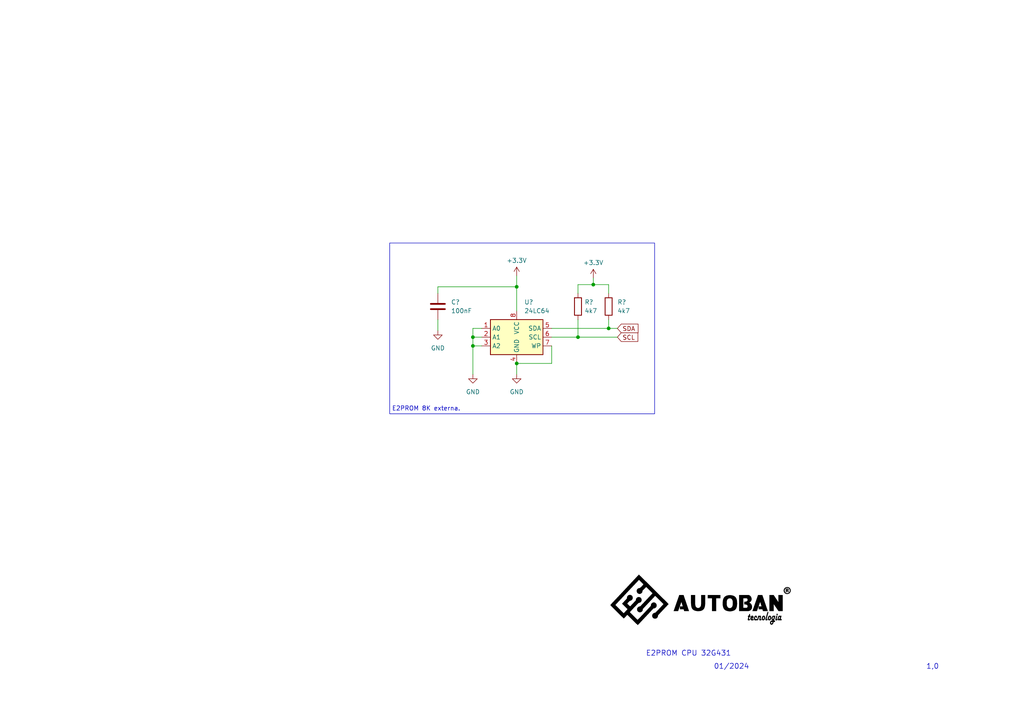
<source format=kicad_sch>
(kicad_sch
	(version 20231120)
	(generator "eeschema")
	(generator_version "8.0")
	(uuid "d943081e-c457-4ec0-aa9a-e986d2a39b29")
	(paper "A4")
	(lib_symbols
		(symbol "Memory_EEPROM:24LC64"
			(exclude_from_sim no)
			(in_bom yes)
			(on_board yes)
			(property "Reference" "U"
				(at -6.35 6.35 0)
				(effects
					(font
						(size 1.27 1.27)
					)
				)
			)
			(property "Value" "24LC64"
				(at 1.27 6.35 0)
				(effects
					(font
						(size 1.27 1.27)
					)
					(justify left)
				)
			)
			(property "Footprint" ""
				(at 0 0 0)
				(effects
					(font
						(size 1.27 1.27)
					)
					(hide yes)
				)
			)
			(property "Datasheet" "http://ww1.microchip.com/downloads/en/DeviceDoc/21189f.pdf"
				(at 0 0 0)
				(effects
					(font
						(size 1.27 1.27)
					)
					(hide yes)
				)
			)
			(property "Description" "I2C Serial EEPROM, 64Kb, DIP-8/SOIC-8/TSSOP-8/DFN-8"
				(at 0 0 0)
				(effects
					(font
						(size 1.27 1.27)
					)
					(hide yes)
				)
			)
			(property "ki_keywords" "I2C Serial EEPROM"
				(at 0 0 0)
				(effects
					(font
						(size 1.27 1.27)
					)
					(hide yes)
				)
			)
			(property "ki_fp_filters" "DIP*W7.62mm* SOIC*3.9x4.9mm* TSSOP*4.4x3mm*P0.65mm* DFN*3x2mm*P0.5mm*"
				(at 0 0 0)
				(effects
					(font
						(size 1.27 1.27)
					)
					(hide yes)
				)
			)
			(symbol "24LC64_1_1"
				(rectangle
					(start -7.62 5.08)
					(end 7.62 -5.08)
					(stroke
						(width 0.254)
						(type default)
					)
					(fill
						(type background)
					)
				)
				(pin input line
					(at -10.16 2.54 0)
					(length 2.54)
					(name "A0"
						(effects
							(font
								(size 1.27 1.27)
							)
						)
					)
					(number "1"
						(effects
							(font
								(size 1.27 1.27)
							)
						)
					)
				)
				(pin input line
					(at -10.16 0 0)
					(length 2.54)
					(name "A1"
						(effects
							(font
								(size 1.27 1.27)
							)
						)
					)
					(number "2"
						(effects
							(font
								(size 1.27 1.27)
							)
						)
					)
				)
				(pin input line
					(at -10.16 -2.54 0)
					(length 2.54)
					(name "A2"
						(effects
							(font
								(size 1.27 1.27)
							)
						)
					)
					(number "3"
						(effects
							(font
								(size 1.27 1.27)
							)
						)
					)
				)
				(pin power_in line
					(at 0 -7.62 90)
					(length 2.54)
					(name "GND"
						(effects
							(font
								(size 1.27 1.27)
							)
						)
					)
					(number "4"
						(effects
							(font
								(size 1.27 1.27)
							)
						)
					)
				)
				(pin bidirectional line
					(at 10.16 2.54 180)
					(length 2.54)
					(name "SDA"
						(effects
							(font
								(size 1.27 1.27)
							)
						)
					)
					(number "5"
						(effects
							(font
								(size 1.27 1.27)
							)
						)
					)
				)
				(pin input line
					(at 10.16 0 180)
					(length 2.54)
					(name "SCL"
						(effects
							(font
								(size 1.27 1.27)
							)
						)
					)
					(number "6"
						(effects
							(font
								(size 1.27 1.27)
							)
						)
					)
				)
				(pin input line
					(at 10.16 -2.54 180)
					(length 2.54)
					(name "WP"
						(effects
							(font
								(size 1.27 1.27)
							)
						)
					)
					(number "7"
						(effects
							(font
								(size 1.27 1.27)
							)
						)
					)
				)
				(pin power_in line
					(at 0 7.62 270)
					(length 2.54)
					(name "VCC"
						(effects
							(font
								(size 1.27 1.27)
							)
						)
					)
					(number "8"
						(effects
							(font
								(size 1.27 1.27)
							)
						)
					)
				)
			)
		)
		(symbol "PCM_Capacitor_AKL:C_0805"
			(pin_numbers hide)
			(pin_names
				(offset 0.254)
			)
			(exclude_from_sim no)
			(in_bom yes)
			(on_board yes)
			(property "Reference" "C"
				(at 0.635 2.54 0)
				(effects
					(font
						(size 1.27 1.27)
					)
					(justify left)
				)
			)
			(property "Value" "C_0805"
				(at 0.635 -2.54 0)
				(effects
					(font
						(size 1.27 1.27)
					)
					(justify left)
				)
			)
			(property "Footprint" "Capacitor_SMD_AKL:C_0805_2012Metric"
				(at 0.9652 -3.81 0)
				(effects
					(font
						(size 1.27 1.27)
					)
					(hide yes)
				)
			)
			(property "Datasheet" "~"
				(at 0 0 0)
				(effects
					(font
						(size 1.27 1.27)
					)
					(hide yes)
				)
			)
			(property "Description" "SMD 0805 MLCC capacitor, Alternate KiCad Library"
				(at 0 0 0)
				(effects
					(font
						(size 1.27 1.27)
					)
					(hide yes)
				)
			)
			(property "ki_keywords" "cap capacitor ceramic chip mlcc smd 0805"
				(at 0 0 0)
				(effects
					(font
						(size 1.27 1.27)
					)
					(hide yes)
				)
			)
			(property "ki_fp_filters" "C_*"
				(at 0 0 0)
				(effects
					(font
						(size 1.27 1.27)
					)
					(hide yes)
				)
			)
			(symbol "C_0805_0_1"
				(polyline
					(pts
						(xy -2.032 -0.762) (xy 2.032 -0.762)
					)
					(stroke
						(width 0.508)
						(type default)
					)
					(fill
						(type none)
					)
				)
				(polyline
					(pts
						(xy -2.032 0.762) (xy 2.032 0.762)
					)
					(stroke
						(width 0.508)
						(type default)
					)
					(fill
						(type none)
					)
				)
			)
			(symbol "C_0805_1_1"
				(pin passive line
					(at 0 3.81 270)
					(length 2.794)
					(name "~"
						(effects
							(font
								(size 1.27 1.27)
							)
						)
					)
					(number "1"
						(effects
							(font
								(size 1.27 1.27)
							)
						)
					)
				)
				(pin passive line
					(at 0 -3.81 90)
					(length 2.794)
					(name "~"
						(effects
							(font
								(size 1.27 1.27)
							)
						)
					)
					(number "2"
						(effects
							(font
								(size 1.27 1.27)
							)
						)
					)
				)
			)
		)
		(symbol "PCM_Resistor_AKL:R_0805"
			(pin_numbers hide)
			(pin_names
				(offset 0)
			)
			(exclude_from_sim no)
			(in_bom yes)
			(on_board yes)
			(property "Reference" "R"
				(at 2.54 1.27 0)
				(effects
					(font
						(size 1.27 1.27)
					)
					(justify left)
				)
			)
			(property "Value" "R_0805"
				(at 2.54 -1.27 0)
				(effects
					(font
						(size 1.27 1.27)
					)
					(justify left)
				)
			)
			(property "Footprint" "Resistor_SMD_AKL:R_0805_2012Metric"
				(at 0 -11.43 0)
				(effects
					(font
						(size 1.27 1.27)
					)
					(hide yes)
				)
			)
			(property "Datasheet" "~"
				(at 0 0 0)
				(effects
					(font
						(size 1.27 1.27)
					)
					(hide yes)
				)
			)
			(property "Description" "SMD 0805 Chip Resistor, European Symbol, Alternate KiCad Library"
				(at 0 0 0)
				(effects
					(font
						(size 1.27 1.27)
					)
					(hide yes)
				)
			)
			(property "ki_keywords" "R res resistor eu  smd 0805"
				(at 0 0 0)
				(effects
					(font
						(size 1.27 1.27)
					)
					(hide yes)
				)
			)
			(property "ki_fp_filters" "R_*"
				(at 0 0 0)
				(effects
					(font
						(size 1.27 1.27)
					)
					(hide yes)
				)
			)
			(symbol "R_0805_0_1"
				(rectangle
					(start -1.016 -2.54)
					(end 1.016 2.54)
					(stroke
						(width 0.254)
						(type default)
					)
					(fill
						(type none)
					)
				)
			)
			(symbol "R_0805_1_1"
				(pin passive line
					(at 0 3.81 270)
					(length 1.27)
					(name "~"
						(effects
							(font
								(size 1.27 1.27)
							)
						)
					)
					(number "1"
						(effects
							(font
								(size 1.27 1.27)
							)
						)
					)
				)
				(pin passive line
					(at 0 -3.81 90)
					(length 1.27)
					(name "~"
						(effects
							(font
								(size 1.27 1.27)
							)
						)
					)
					(number "2"
						(effects
							(font
								(size 1.27 1.27)
							)
						)
					)
				)
			)
		)
		(symbol "power:+3.3V"
			(power)
			(pin_names
				(offset 0)
			)
			(exclude_from_sim no)
			(in_bom yes)
			(on_board yes)
			(property "Reference" "#PWR"
				(at 0 -3.81 0)
				(effects
					(font
						(size 1.27 1.27)
					)
					(hide yes)
				)
			)
			(property "Value" "+3.3V"
				(at 0 3.556 0)
				(effects
					(font
						(size 1.27 1.27)
					)
				)
			)
			(property "Footprint" ""
				(at 0 0 0)
				(effects
					(font
						(size 1.27 1.27)
					)
					(hide yes)
				)
			)
			(property "Datasheet" ""
				(at 0 0 0)
				(effects
					(font
						(size 1.27 1.27)
					)
					(hide yes)
				)
			)
			(property "Description" "Power symbol creates a global label with name \"+3.3V\""
				(at 0 0 0)
				(effects
					(font
						(size 1.27 1.27)
					)
					(hide yes)
				)
			)
			(property "ki_keywords" "global power"
				(at 0 0 0)
				(effects
					(font
						(size 1.27 1.27)
					)
					(hide yes)
				)
			)
			(symbol "+3.3V_0_1"
				(polyline
					(pts
						(xy -0.762 1.27) (xy 0 2.54)
					)
					(stroke
						(width 0)
						(type default)
					)
					(fill
						(type none)
					)
				)
				(polyline
					(pts
						(xy 0 0) (xy 0 2.54)
					)
					(stroke
						(width 0)
						(type default)
					)
					(fill
						(type none)
					)
				)
				(polyline
					(pts
						(xy 0 2.54) (xy 0.762 1.27)
					)
					(stroke
						(width 0)
						(type default)
					)
					(fill
						(type none)
					)
				)
			)
			(symbol "+3.3V_1_1"
				(pin power_in line
					(at 0 0 90)
					(length 0) hide
					(name "+3.3V"
						(effects
							(font
								(size 1.27 1.27)
							)
						)
					)
					(number "1"
						(effects
							(font
								(size 1.27 1.27)
							)
						)
					)
				)
			)
		)
		(symbol "power:GND"
			(power)
			(pin_names
				(offset 0)
			)
			(exclude_from_sim no)
			(in_bom yes)
			(on_board yes)
			(property "Reference" "#PWR"
				(at 0 -6.35 0)
				(effects
					(font
						(size 1.27 1.27)
					)
					(hide yes)
				)
			)
			(property "Value" "GND"
				(at 0 -3.81 0)
				(effects
					(font
						(size 1.27 1.27)
					)
				)
			)
			(property "Footprint" ""
				(at 0 0 0)
				(effects
					(font
						(size 1.27 1.27)
					)
					(hide yes)
				)
			)
			(property "Datasheet" ""
				(at 0 0 0)
				(effects
					(font
						(size 1.27 1.27)
					)
					(hide yes)
				)
			)
			(property "Description" "Power symbol creates a global label with name \"GND\" , ground"
				(at 0 0 0)
				(effects
					(font
						(size 1.27 1.27)
					)
					(hide yes)
				)
			)
			(property "ki_keywords" "global power"
				(at 0 0 0)
				(effects
					(font
						(size 1.27 1.27)
					)
					(hide yes)
				)
			)
			(symbol "GND_0_1"
				(polyline
					(pts
						(xy 0 0) (xy 0 -1.27) (xy 1.27 -1.27) (xy 0 -2.54) (xy -1.27 -1.27) (xy 0 -1.27)
					)
					(stroke
						(width 0)
						(type default)
					)
					(fill
						(type none)
					)
				)
			)
			(symbol "GND_1_1"
				(pin power_in line
					(at 0 0 270)
					(length 0) hide
					(name "GND"
						(effects
							(font
								(size 1.27 1.27)
							)
						)
					)
					(number "1"
						(effects
							(font
								(size 1.27 1.27)
							)
						)
					)
				)
			)
		)
	)
	(junction
		(at 176.53 95.25)
		(diameter 0)
		(color 0 0 0 0)
		(uuid "01073fdd-ed7c-417c-9a54-91d233700f1c")
	)
	(junction
		(at 137.16 100.33)
		(diameter 0)
		(color 0 0 0 0)
		(uuid "0503ce66-a041-45b2-92cc-fd66c778a0f7")
	)
	(junction
		(at 172.085 82.55)
		(diameter 0)
		(color 0 0 0 0)
		(uuid "09c3225a-7ab3-42b6-980b-a71628d70a4a")
	)
	(junction
		(at 167.64 97.79)
		(diameter 0)
		(color 0 0 0 0)
		(uuid "31584742-d293-42b4-bd96-09b4ce524452")
	)
	(junction
		(at 149.86 105.41)
		(diameter 0)
		(color 0 0 0 0)
		(uuid "4aeb6176-36f2-4eb9-8f0c-01e059bcc669")
	)
	(junction
		(at 149.86 83.185)
		(diameter 0)
		(color 0 0 0 0)
		(uuid "7997c51a-f36b-4264-ae30-cd8e8d44628b")
	)
	(junction
		(at 137.16 97.79)
		(diameter 0)
		(color 0 0 0 0)
		(uuid "b770b863-6923-43a7-aa50-07b253f28452")
	)
	(wire
		(pts
			(xy 160.02 100.33) (xy 160.02 105.41)
		)
		(stroke
			(width 0)
			(type default)
		)
		(uuid "0b268935-37be-406f-b35b-32ecf2ee670e")
	)
	(wire
		(pts
			(xy 139.7 95.25) (xy 137.16 95.25)
		)
		(stroke
			(width 0)
			(type default)
		)
		(uuid "0e693a11-dd08-4bba-aafe-edaa7a6fb646")
	)
	(wire
		(pts
			(xy 160.02 97.79) (xy 167.64 97.79)
		)
		(stroke
			(width 0)
			(type default)
		)
		(uuid "36751cba-9999-4e74-baac-ba335c3287ec")
	)
	(wire
		(pts
			(xy 127 83.185) (xy 127 85.09)
		)
		(stroke
			(width 0)
			(type default)
		)
		(uuid "3cdb679c-9c91-48fb-b467-354d42600429")
	)
	(wire
		(pts
			(xy 167.64 82.55) (xy 167.64 85.09)
		)
		(stroke
			(width 0)
			(type default)
		)
		(uuid "48723fa6-5be8-4790-8d69-b89bf06bbf4f")
	)
	(wire
		(pts
			(xy 149.86 83.185) (xy 149.86 90.17)
		)
		(stroke
			(width 0)
			(type default)
		)
		(uuid "4a98fbc1-318c-42d8-a55b-2b1944ab7b01")
	)
	(wire
		(pts
			(xy 137.16 97.79) (xy 139.7 97.79)
		)
		(stroke
			(width 0)
			(type default)
		)
		(uuid "4c6d13fe-6021-4a11-a115-42b89657448a")
	)
	(wire
		(pts
			(xy 149.86 83.185) (xy 127 83.185)
		)
		(stroke
			(width 0)
			(type default)
		)
		(uuid "4e32d55a-518d-4f07-82c9-b9c7a6cb6175")
	)
	(wire
		(pts
			(xy 149.86 80.01) (xy 149.86 83.185)
		)
		(stroke
			(width 0)
			(type default)
		)
		(uuid "4eb87788-844e-4c0d-b509-fb300450e082")
	)
	(wire
		(pts
			(xy 167.64 97.79) (xy 179.07 97.79)
		)
		(stroke
			(width 0)
			(type default)
		)
		(uuid "558299fb-a8e5-46c5-9d2b-613bd347985f")
	)
	(wire
		(pts
			(xy 167.64 82.55) (xy 172.085 82.55)
		)
		(stroke
			(width 0)
			(type default)
		)
		(uuid "58c8ab06-b242-418d-91b7-5241105f76c9")
	)
	(wire
		(pts
			(xy 127 92.71) (xy 127 95.885)
		)
		(stroke
			(width 0)
			(type default)
		)
		(uuid "69b30c3c-147d-4048-8348-de630d014904")
	)
	(wire
		(pts
			(xy 137.16 100.33) (xy 139.7 100.33)
		)
		(stroke
			(width 0)
			(type default)
		)
		(uuid "7184c2b2-ab2c-4ac9-8f99-ce454fa6d9fe")
	)
	(wire
		(pts
			(xy 137.16 100.33) (xy 137.16 108.585)
		)
		(stroke
			(width 0)
			(type default)
		)
		(uuid "74661a44-7923-420a-be0d-cce6a299250c")
	)
	(wire
		(pts
			(xy 172.085 80.645) (xy 172.085 82.55)
		)
		(stroke
			(width 0)
			(type default)
		)
		(uuid "7f4a5804-c134-42ca-8c92-31df4e94bc29")
	)
	(wire
		(pts
			(xy 149.86 105.41) (xy 149.86 108.585)
		)
		(stroke
			(width 0)
			(type default)
		)
		(uuid "9ff41b41-048a-4be4-bab3-2470e342589f")
	)
	(wire
		(pts
			(xy 176.53 92.71) (xy 176.53 95.25)
		)
		(stroke
			(width 0)
			(type default)
		)
		(uuid "a12aec12-8774-4af5-b7d1-81d9d8d2f7fc")
	)
	(wire
		(pts
			(xy 160.02 95.25) (xy 176.53 95.25)
		)
		(stroke
			(width 0)
			(type default)
		)
		(uuid "be6c2532-fd6b-4b3b-bee4-7bf78a4d99da")
	)
	(wire
		(pts
			(xy 160.02 105.41) (xy 149.86 105.41)
		)
		(stroke
			(width 0)
			(type default)
		)
		(uuid "cb78e9a4-977e-47eb-bfb6-997fa362436e")
	)
	(wire
		(pts
			(xy 167.64 92.71) (xy 167.64 97.79)
		)
		(stroke
			(width 0)
			(type default)
		)
		(uuid "d9ef920d-5fa5-46dd-a6ef-87685ce29e88")
	)
	(wire
		(pts
			(xy 137.16 95.25) (xy 137.16 97.79)
		)
		(stroke
			(width 0)
			(type default)
		)
		(uuid "dab6214b-665d-478c-8c58-96028620bae1")
	)
	(wire
		(pts
			(xy 137.16 97.79) (xy 137.16 100.33)
		)
		(stroke
			(width 0)
			(type default)
		)
		(uuid "dd58a782-08bc-4aaa-b301-5c2d8a463cf1")
	)
	(wire
		(pts
			(xy 172.085 82.55) (xy 176.53 82.55)
		)
		(stroke
			(width 0)
			(type default)
		)
		(uuid "e3450e16-854e-4ef6-91ca-25c539bd1010")
	)
	(wire
		(pts
			(xy 176.53 85.09) (xy 176.53 82.55)
		)
		(stroke
			(width 0)
			(type default)
		)
		(uuid "e4bd243a-a971-4ae6-b79a-890aafe00e16")
	)
	(wire
		(pts
			(xy 176.53 95.25) (xy 179.07 95.25)
		)
		(stroke
			(width 0)
			(type default)
		)
		(uuid "e4c27365-8a21-43fd-8fc5-69f22185052b")
	)
	(rectangle
		(start 113.03 70.485)
		(end 189.865 120.015)
		(stroke
			(width 0)
			(type default)
		)
		(fill
			(type none)
		)
		(uuid 60db1f8b-b6b4-4a78-a22c-bd688413b0ca)
	)
	(image
		(at 203.2 173.99)
		(scale 0.142004)
		(uuid "06cf5a12-0568-4c23-92b5-a6ec8df49c68")
		(data "iVBORw0KGgoAAAANSUhEUgAABWAAAAGGCAMAAADCe9hjAAAAA3NCSVQICAjb4U/gAAAABlBMVEX/"
			"//8AAABVwtN+AAAACXBIWXMAAA50AAAOdAFrJLPWAAAgAElEQVR4nO2d25bkRq5DXf//07PaM2NX"
			"6hIBkmBISu39Vp0KAGQq4Ha755y//gIAAAAAAAAAAAAASPDz83N1BACA7+SHhgUAaOHnh4YFAOjg"
			"54eGBQDo4OeHhgUA6ODnh4YFAOjg54eGBQDo4OeHhgUA6GDbrzQsAICHfb/SsAAADo76lYYFAKhz"
			"3K80LABAlbN+pWEBAGqc9ysNCwBQYlSwNCwAQJ5hv9KwAABpJv1KwwIAJJn2Kw0LAJBC6FcaFgAg"
			"gdSvNCwAQBixX2lYAIAgcr/SsAAAIQL9SsMCAAQI9SsNCwAgE+xXGhYAQCTcrzQsAIBEol9pWAAA"
			"gVS/0rAAAHOSBUvDAgBMyPYrDQsAMCbfrzQsAMCISr/SsAAA59T6lYYFADij2q80LADAMfV+pWEB"
			"AI5w9CsNCwCwx9OvNCwAwBZXv9KwAACf+PqVhgUA+I2zX2lYAIB/UYuThgUAiKHXJg0LABAhUpo0"
			"LACATqwyaVgAAJVoYdKwAAAi4bqkYQEAJBJlScMCAAikqpKGBQCYkixKGhYAYEK6JmlYAIAhhZZU"
			"G5aKBYBXUqpIChYA4JRiQ6oNS8UCwOso1yMNCwBwiKEcaVgAgAMs1UjDAgDsMBUjDQsAsMFWizQs"
			"AMAHxlKkYQEAfmGtRBoWAOAfzIVIwwIA/A97HdKwAAD/xV+GNCwAwB86qpCGBQDo6VcaFgCgq19p"
			"WACAvhKkYQHg3XRWIA0LAG+mtwBpWAB4L931R8MCwFvpbz8aFgDeyYruo2EB4I2saT4aFgDex6re"
			"o2EB4G3crl9pWAD4Em7YrzQsAHwFt+xXGhYAvoCb9isNCwDPZ1XbhQuWhgWAh3PffqVhAeDZ3Llf"
			"aVgAeDL37lcaFgCey937lYYFgKeyrOPyBUvDAsAjeUK/0rAA8ESe0a80LAA8j6f0Kw0LAE/jOf1K"
			"wwLAs3hSv9KwAPAkntWvNCwAPIen9SsNCwBPYVmp2fqVhgWAZ/DEfqVhAeAJPLNfaVgAeACL6kzv"
			"TRoWAEY8qAZu16/8/5oFgFOe1QSLqizWmbGnAeAlPK0KFhVZtDGjzwPAC3haFyyqsXhfxk8AwHfz"
			"uDJYVGKZtsycAYCv5XllsKjCcl2ZOwUAX8nzymBJgak9uTfKngOAr+Ps0t+3DJrrS+3Hc6P8SQD4"
			"KkYX/p5l0FpeajeOjSpnAeBr0JtidbIzWqtLbcaZUe00AHwFkaZYm+yMzuJSa1Ewqp4HgOcjXPR7"
			"lUFnbcmtqhjVFQDg2Xxc87Obf6cu6CwttRJFI4cGADyXj1t+fvXv0wWdlaUWomzkUQGAh/Jxx8/v"
			"/m2qoLOx1DoM+Lh0AOCBfN7wwd2/SRV09pVahiEfnxIAPI3P+z26+vdogsa2Uqsw6OPUAoBH8Xm9"
			"R1f/Fk3Q2VVqE0Z9vGoA8Bg2t/vjp5PPriyCzqZSezDu49YDgGewudufPw4/vILWnlJrMOHjVwSA"
			"B7C52p8/Dj+8gNaWUksw5dOhCQA3Z3uzP388+fCqGujtKLUDcz49qgBwZ7b3+vPn8aeraW4otQKT"
			"Pl26AHBbttf64+fdnb+0BJr7SS3AtE+fMgDck+2tHl/5Kzugu53U/sv7dGoDwA3ZXurxhb+wAtq7"
			"Sa2/gk+vOgDcje2dHt/26xqgv5nU9qsYNcsDwL3YXunxXb+sABb0klp+JaN2AwC4EdsbPb7rV93/"
			"Fa2kdl/Nqd8BAG7D9kKPL/tF139JJ6nVV7RaYAEAN2F7n3/9fHDXr7n9axpJbb6q1woPALgF2/v8"
			"+8fdXb/m8i8qJLX4ylZrXADgBmyu88eP26t+zdVfVEdq79W9FtkAwOVsbvPHj9urfsnNX1VGau0Z"
			"zFb5AMDFbG7zx0/bm37FxV9XRWrtLfzdsmEqALiQzWXWf1ocr7+I1NZb+dvluhMAXMmoRD8v+gW3"
			"fmUNqaVn8VtoBQDXMSrRj88uuPRrS2hp6S01A4CrOGzRzWfbxxYnW1NBaztvrRsAXIN4ldff+OUF"
			"tNaQhgV4A9JVfkG/fvfvmAHgEpSr/IZ+1TwX29GwAA9nepcvuOzXVM9iRxoW4AVM7vJr+nVuu9qP"
			"hgV4PqPLfMVFv6x2VjvSsAAv4Ow6X3PNLyyd1Y40LMALuNMlv7Zy1jpqsy5cPgA0cJ8rfnXjrDQU"
			"Z125fgBo4Db3+/q+WeYX6FcaFuDZ3ONy36JtFtmFCpaGBXg2N7jad+maFW6xfqVhAZ7O1df6Zk2z"
			"/E8ibjI3AHRx4Y1+U8/E+/VbJgeAK3hTy2T69VtmB4D1vKljcv36LdMDwGre1DDZfv2W+QFgLW/q"
			"l3y/fssGAGAlb2qXSr9+yw4AYB2ubnlCDdX69dajAcANsTTLQ4qo2q/3HKwttVU2riV+JWmSW+nh"
			"ZmP1uDhU18zvQ/rO1P+3jDee8w/arI/6+v7QFtoqG9cSv5E0ya2ch3PrXTOZFucy1QXDO5G+r3Hm"
			"Zwz6l+sdvnqKPW2ZrbJxLfELSZPcSs//caabzKan6ZE1aGSCtSEschb5KaPaXuGr59jSl9mqGteS"
			"vo0CDRvJS99guFiaq2SbJ/ciDDyL/G2zFtdxAX2RrapxLenLKOBeR0n++vGCaa6SbZ3bjDDvLPHX"
			"DVtdyHr6EltV41rSd1HAuouqgXu4oH0iTJNuWSORqwtpj5V+vdG02qwiVw/zm8bEVtG4ljZZHuMm"
			"6h7GueLmqTAX6fZNbUcat9avtxlXnFV77DZT/aExsFU0rqVNlse2B4eLaaaUdy5Ll3BVIzNxC/U1"
			"Ova1Bn1W7cl7TPU3jXmtonEtbbI8pi14fAzzZK2zWbqEixq5mf0YhjWsaw2BWbVH7zHWHzrzWjXj"
			"WupoWTxLMDk5bHLO6SzXCPeM7GfFqHcZOJbzMWP9jZiWgs3FX2ZlMko4p6O0Kdc0EhM34FihY10r"
			"CMYUx7p+rr/pTGvVjGupo2UxbMBn5nMKGheitCmXNOIDN+BYoLqtqycOh3zIXH8jfwkdv5VxipVm"
			"y1FfgNHNaRXxrUS5RLlhYD+W/Tm2tYBMxkcM9jfyl0DBhuMvtTObyb6VJFHl1xSsZX3ysq6dOBfx"
			"CZNFguayWiXjWvpsOYrTe/3sbqJvKUlQ2fK22kP58SxPX1b4f9GSHy2b0nZuMYEvoeHfFZ1ixeEy"
			"1IY3GzbYKba1JEFli7Q9lB3T7hzLGinWhoyFtJ5cSeBLoGBD8Vc7tvjNbWtBQsIx7bxGNJQb1+oc"
			"yxrLVSettaRxtj7EkMmkVsW4VmS4DKXZ3ZY9fjPXapCQsud1dWdy41qcY1dTtSWznrnYhutDjJhN"
			"ahWMa8Wmi1MZ3e7ZZTg0LQcJKXu03ZnM2PZmWJUi1j9r+Z2vRCwiJswGtQrGtWLTxSlM7vdscxy6"
			"VnMEhMPiWY1gJi++tRlWJWl1z2q4ZvmIRcR86ZxWwbhWcLww+cEbTBstGws2+E45tM2RvBi3Vt+U"
			"KHXlrJ752hDjpXNa9eJa0fGi5AdvcO20fGjBJv/bSCySFefSyouSlVqH9UyZjFhFTJeOadWLa0XH"
			"i5Keu8O11VP/pvqUE+o5jVAiK9aVlRelCzUO6xozFbGKmC2f0qoX1wrPF8S2V4ftFZ6OGLJyRj2l"
			"EUpkxbqx6p4COpfOahixCzFaPqVVLq4Vny+Gb68G2ys8HTFkZZe6N5ET78KKawrJXDprfcYuxGT5"
			"kFY5//7M06qye4/QieS/+dbitswek07JZzQigZyY11VcU1OqDtX6kD2IuQoZrXL+9ZmnVWWP9eVT"
			"7oLVvN2zh5WT8gmNSCAj5m0VtxSUecSswZBlxFiFjFY1//a8w8qyp+LawZNgpWFyloUJwspp/bhG"
			"JJAP87JqO4rrXDnrXRtW3V0+olXNvzzvsKrqSFo621CwrtYR82eks/pdo5oxr6q4o7jOhbNGcoZE"
			"i8i7ywdcucNYMn88WXUoLBw+EagNU4iciJ+RTus3jerFvKnahjJC9ll7/oZ0TLSGvLt8wpViIa2G"
			"eKroTFc431Cwnl1I2XPSBYOoRiCPC/OiagvKCbnDyXrBqFHdPIHlZfOtFAtpNcRTRctVdyLR7Gqa"
			"Pa+dN4hq6HFcmNdU209SyRxOHjacNa6cI7C7dLyVYiGthniq6FR1KnAs0mzrmb2gXTAIauhxTJi3"
			"VFtPVsobTh42ETaj3RinEs86qn9t1niipiA6lThUqfoadqEEz2qXHGIaehwP5iWVlpPXsoaTh02l"
			"zal3pamks07q35o1nqipiE41vqxg+8rjSN+XxoN5RcY/IPAXrFOrEDer35GlFM46qH9p1nhGzZnG"
			"oU7VeFHutHjJIaQhp7Fg3pC1X90Fa5Sq5c072KOUwlnn9O/MGk+TtP2D3j5MPbaQuqBes4hoyGkc"
			"XLwho9r6WQuBKx7WILVs1jH9K7PGc0rOVI6Eqs713ELqinzJIqKhhnFg3o+5Xy8pWHnWUuKaiy9H"
			"LZt1Sv/GrPGskjMZCjbvYAtjwLyeK/t1HtI8azFz1ccUoxbNOqR/YdZ41pCzZAdS1WHKwYXMFfmq"
			"h66hhqlj3o67X72/gTXPWg5ddzKEKCazzujflzWeN+Qs2uKC9UQuGtQ8dA0xSx3vbqLbMQt6tORZ"
			"DakdXtUMxWTWEf3rssbzKs6EKNi0hStLGe9q3P9CbxY0z2rJ7XErRSgGs07o35Y1njfjLJq9YMu5"
			"54mrDlUTVUPMUsa6Gf/fWbX+htg8qym5yy8doJrLOqB/WdZ45oyzbF9WsC13/tjCFKWMcy+y3EV/"
			"oGuOZsvuc8z5V3NZ5/PvyhrPnHGWzVuwhtjTwAYPy2+TTVGqONciy1n/HUoXdmfzpXd6Juyrsazj"
			"+VdljWfOOMt2t4Kd5q3Ec7nkNtuCcyuyXF+/DpXd2Zz5va5B83Iq63T+TVnjCYrObM6CdaxhmreQ"
			"z+aS22wHxp3oci/q12sbNrq9dCrrcP5FWeMJiq3h8sM4tjBzn7PERtKQktTQ0xrlGvu18I/vcDb3"
			"DH5nCrYjnqBoDbdVyw4T9Umq3MTGNnAJOatT7mX9emHDhteXzmQdzb8mazxB0RrOUrBTk0V/OKoa"
			"OUwsQUrIUW+tp2mXBQrU0/f61jNZJ/NvyRpPULSGKxfs1CCQWdOqOzlcLEEqqEHvradplwVK1PO3"
			"2tYjWQfzL8kazx1xFi5ZsFPZVOSgatrKYuMIUkCNeW89TbssUKQ+QaOpIZF1Lv+OrPHcEWfhVhSs"
			"L6zJzeHiyFFATHlzPU27LFCmPkOfpyGRdSz/iqzx3BFn4RYUrC+ry85jVM+Rx53BPZJzXe5ZM9Sn"
			"aHC0/bcP61T+DVnjuSPOwvUXrDGr9E55jOroc8dxR3BP5NyWe9Yc9Tn8hspDFi9n8IZVuAWt4boL"
			"1prV9Q9tOX2FyORB3AncA1l3ZQmXmSI3U1Y/4Wf76zvWmfz7scZzR5yFay5Ya1Ttr0d9f8G6A9jn"
			"cW7KES4/SWKonHrCTX6qbOZM3rALt6A1XG/BeqNSsJH0Zj1/QEnYoFEbJj5WSjxhpj3mMHMmb9iF"
			"W9Aa7lG/gxWdDU4GIqN71xSzt0/jXFFdpz5PeLCMdsIr8FjRzJm8YRduQWu49v/I5UtKwQayX6Zn"
			"raGykmOg8GgZ6bhT6LmamzN6wzLcgtZw9/lbBKqUwTGQPo86dwy3uX0Yp2BZyjNSeLj6dy97WLJY"
			"x/GvxhrPHXEWrr9g1cCqjsEwlD6L/h1FMHvbZ3EKlqVcQ/WMV/QJPlhxc0ZvWIZb0BpuKyc+PZeN"
			"JpZlDH6x9ElCX5OK2do+ilOwLOUbq2fAkkv4yYKdM3t8GRSsgCOo752Kpk8R+ppEzM72SZyCZSnn"
			"YD0jVkzCTxbsnNnjy6BgFeo5fxKP5s3qhL4mDbexexKnXlnKOlnTkHmPSJyynzN7dBXCiG5Ba7hV"
			"BWvovMSjebM6oa9Jwu5rHsWpVpdyTtY2Ztoh9WzW0Bk+ugthRLegNdyygp3EjgisMKsT+poUGmyt"
			"s6zX6lVYMmjWIPVs1tAZProLYUS3oDXcuoKtXofkw0m3OqGvSaDF1jiMM59ByxlnpbamHwtTNXSG"
			"D65CmdAtaA234q9pCblDx4tezyzYJlfbNM58Bi3bXN2z5uTTT6ccnemDu1AmdAtawy0s2OJ/kQg9"
			"PF5SKn2U0Nc0pc3UNI4zn0NLHavjwueVZf300ylHZ/joMjoknXqzcCsL9jx58GzFSluK4FBKEKXR"
			"0zKPM9/CPGqktlmTBtE8RUdj+OAqpAHdgtZwyYKV5bXkwbMVK20pgkMpQZBWS8NAznwWLXUm/+1M"
			"60YMSs8nLH3po8swp/NnnIUrFqzmMY0ePFmxEpeiWOQDBGl2LE/kzOfRUkdSU/XMmnYoPZ+w9KWP"
			"LsOczp9xFs5RsJLP6Hj4YNpJX4pgkQ8QpNuwOJJzISYtdSI1VsusaYfyiainL35wGe50/oyzcK6C"
			"FV+99NHigfhSBIt8gBj9fqWZnPtwaakDqbk6Zs1blE9EPX3xg8twp7NnnGUzFmzhX9ztKatJVY+k"
			"f4wVhhUPZzqTljqOHiykG5HMeJRPRD198YPLcKezZ5xlcxZs+ptOHEs6qadVj6R/kBWOeQ9nNpeW"
			"Oo2ezD9r3iKTqmhqyx9dh5LuSsHw5kreU7dHFWyxYYebirHCMuvhjGaTUoeRk5nz1TwsZ2IKtvyx"
			"ZbjD+UPOsnkLNvmPwumh1CtV+eNi3SRjH2eFZ87DGcwnpc4iRzPnK5nkgtVcbfGD22jS9AnOsi0v"
			"2NzrYToU3YpgkrFPsMI04+GMtVwqIGjOVzLJJavZ2vIH19GkuWxce8Fmfgs7D3lVwZYadrapGCtc"
			"46M5QznnkyeRFRf1a/K9LgezjdWxHls4v+JM6CEFm5pskFU+qbiE3XOssI3O5oxknU4exC4pqhVs"
			"suFqtqb8wW1o4S5UnO7tBgU7z3hdwVYadrapKCt8Y8M5A1lnk8fQNa1iJZtsupqvKX90H02irnHv"
			"WLCuvxCQPKadDdlE3bOsMI5M54xjnUwewp2v/p1nParZXJO1LKhBdNG4B0pV57BjIqN67jRs4KBi"
			"EzPPs8JZH88YxjuYPIKuac1XM8oHrBl74kf3IaleJzmdl4KdHlR8QuYFVlin501GcWplBjBKavmK"
			"Rk0vpGc4j0pUtUHS9s9d+zBhS+GAMEcsbOig27zCCu/svIkgTq1sfJ+klq/qdFXBWhbVs5UGye8p"
			"WCWj8Ewsbeic2bvGCvPswNEYTq10eJ+klq9q1fWHVpb5HBoJ2QZJ24thHyZqqWQUnomljZ3zehdZ"
			"4Z4cOBbCqVWIbpPU8pWt2v6rgGFCg0RKt0PT9WbYh4laKs8rg4TS2jMGvKussM8NHIng1GqWdear"
			"W11YsLMZywJZ4Q5N0389sA8T9ZSeFx6KxQ0ec1rXWeGfm1gP4NQqxXZpavnqXqkhpZTlKavn88od"
			"mnNZQYGCFY8ZrQ2sCJCaWLZ3apVCuzS1fAav1JRSzKpA1b8g3SI601Xm9Rds2FN6XFENxQ0f81k7"
			"WJEgM7Fq7tRq1rXmq5ulphRz1hTq/vlkLaITYWneI4HaMFFT7XFFNZQ3fMrm7GFFhMzImrVTq1nX"
			"ms9glhpTTFpSKLtXkrWIjpWl0/6CDZtqj0uykbzxUy5nEysyJEaWjJ1azbrWfA631Jxi1IKGwb2S"
			"rEd1JC0O7C7YuKn2tKYbyJs4ZXJ2sSREfGbB1qnVrGvN57DLDapmzYpYzCvBelTPtdWBU4ergT8U"
			"xKdV5Zmd7lvZ6sjYx4oU4ZEFU6dWs641n8UuN6maNiVj8i5tpkf1VL02sX46Scysnik1pGMx4W88"
			"xooY4Znnlk6tXllrPo9falQ9bkm56F3J1SR7aFCeOCSQIWZWz5Qa0rGZ3LeusyJHdOapoVMrL+uT"
			"FPN5DFOzBvKWlGvWpVxNsj0Tr3RVn7YZysaO1SS/dp0VQYIzT+2sYklVo6QWz2WYGTaUuCZdcS7F"
			"6tJtmbjbNFawjkyZIR2ryX7tOiuSBIeeuTm1OvfgVzQ4xqZNJK5JF4xrq+nSbZm42TTzJwR3KdiO"
			"3yjVWBElNvSN+7Vh6Ihk3TKWLRW5pl0wLqVqE+6YuNcz9ScE1UyJIR1fSPprD7AiS2ho6wV25usY"
			"OaRZt4yFS4Uuamdti7tpE+6YuNXzJ1iwnkyJIR3LSX/tEZaE8Q3dsMCG+a35fJ6xdLnURfGka3E3"
			"fcoNEzdabmz1p42moqBjO+lvPcSKNL6Z/ftrmN6az2cajJeMXVRPutYy9Sk3TNxoubHVnzaaioKO"
			"byT7pQdZEcfmEVjfdf+xv0PT4BmLlw5elc94FiM1SvsnbnPc2epPO101Qcd6Ul94ggV5bA7u9XVM"
			"3qFpMA3mSyevyicsq8vp1LZP3GS4tw08bvWVBB37yXzdKdoD+fT17UlpOwZvkLS42sI7NGJ0L6dV"
			"3D1xi9+Rby1mLG/4kGNBSnoPzYmM6vLynHINw4YkPa6+9BaRAO3b6VU3j9xhd2hbShnMGz7kWJAU"
			"30NvJKO2vDzj74evmtVra4zvUZEprkbI0yzvHdnvdmxbjBkMHD3j2JAW30NnJqeymlMSbBi5QdLk"
			"axzAJCNSWYuYplvfOrHZ7NS3mjMWOHrGsSIxvwcxUyKUVVeNqSg2DNwg6fJ1TuDSMXmVw7QbOCe2"
			"eg2My0FDgaNnHDsS85vQMsVTeVXVlIJkw7gNki5j6wg2IVvsWpZ+B+PIRquRsSFpKHHwiGNHan4T"
			"WqiL/86SGnKu2TBsg6TN2DqDUcqTuphkhYdtZJfRxNeQNJQ4eMRv2Y8UKpjLLalmfFW/OgvW+mpq"
			"G6lnruZYYuIa2eIzN7ZkDSQOHnF4ygO4kBYRCmYXdP0dDHuuS/+1xGnrnUJbSveqFjlVhtVzlF0k"
			"Z1daPXLshMNSH8CFtIhAMrNcJKLjPzNGct27Xy8r2HwfhLdQyLDMyJGi5CE72+LKkWMnHJ6BCVxI"
			"m5CjWcWcCS/LFZJ0ersncefr3dNCu/is0Qxph5CzMfA1BeudwIa0CjGbUcqr2pCrZ1abuX0Uf8TO"
			"La01DM0aD5CQj1t7M8eTGNytE/jQduEZMDdlWbUhV9esLnP7LE05L/ozlOWGFfeQdtbbnDqcxWHv"
			"HcGGtAshnUkmKVwO5o/U9oW6jVtnWb+esWmfc9caJd2itzt5OI/F3jqCD2kZ03gWkbT02mCNs34v"
			"/13Jty+F9wF2iH1h+Nfw5DtWkW0I1jorfAO8CfALsTEGL0pz5+RlG4I1zwoAX4bYGeel0d05aVl/"
			"ME2RfgWA/yO2xllt9HdOUtYfTFOkXwHgX8TeyP4l5XrppFT9uVaMCvACXnZPxObI/a/sLKUTF/Xn"
			"WjQqwLfzupsidkfq/0yEaZVBTX+udaMCfDUvvCpie2x3kjxWD+mZJ2nePynAF/PGu5KqSvXQ8l36"
			"Q91zToAH8srLkqhK9cjyZfoj3XFKgEfy0tsSrkr1wPJt+gPdb0aAp/LW6xKsSvXx5dv05rnliADP"
			"5bX3JVQkgeJZu09nmDvOB/BoXnxhAlUSqp6VC/VFueV4AA/nzfdF7pJo+SxbqS3IHYcDeD6vvjDh"
			"WrlZCdly3G80gK/g3TcmXCy3qiFXitsNBvAlvP3KxLvlPkXkynCzsQC+h9dfmXi73KWKXAluNRTA"
			"V2G8Mw+9efF+uUkZmfzvNBLAd2G8NI+9e/GGuUUdmdzvMxCAlTu8rL5L8+DbF++YGxSSy/sm4wCY"
			"ucXrars1j75/4ZK5vpJczrcYBsDPLd5X27V59gUM18zVpeTyvcEoAB3c4oX13ZuH38Bw0VxbSzbX"
			"qwcBaOIWb6zv3jz9Ckab5tJisnleOwZAG/d4ZX0pHn8Ho11zYTX5HC8cAqCTe7yzvhTPv4TBsomy"
			"OmjHzL4ZAHq5xTtrDPEFlzDYNv+Mu7idjG7xWQGewS1eWmeIO8xTJNg3/4y7tJ+cXolZAZ7APd5a"
			"a4jrxykTK5x/x13YUFanzKwAD+AWb6357lw9joFQ48T/HyKuCtgybj08wCpu8dbeIsS9yFbOopIy"
			"uySHBbg593htbxHiZmQrZ0lNuU0Cw/KSwEMYvbmDV/n4o39/cXb04LPjuzO6Tz+ffpuPJo8fS96O"
			"ZOMs6Cm7hTpqNTjAMs5f3cHbfPbJP782uAenqoe/PLpRvz/aPDNTetAd1frm5J8miXPtwcqKxdwA"
			"6zh/dQev8+kn//+184sgqGpPf/4DYPvI/sTP6PFbc/AV7cmeyy+hQV6ULMUGWMnpuzt4n08/mV+E"
			"0Yf7X4xIfTwxlToSvC2H2YVRlHPpLXSIi5qF1ABLOX13B+/z+UfTmzD6cP9rManfD8yldnp35jj9"
			"fJL5ufwaOqTFvOnMAIs5e3cHb/TgXZ9dheGnc6Op1e5PN8ZPP+eWnuSfDjI7l99Dj7CYNxcZYDkn"
			"7+7gjR6869OrMPxUkZtYbQtWfPwBnAwwnWN8Lr+IS2VT0gAXcPLuDl7pwcs+uwvap9LTY6tosCdw"
			"MsNsjsGxwipaRPW0KW2ACzh8dQev9Ohln9wF7VPp6ROnby7Y8/JJHivsokEyFPZpXx28mKM3d/BO"
			"D9722WXQPpWe/vh5/On2gQPrhzBZb/BYVCas6JzRIw5wBbu39vM9/vj046PNuZ/DD2e/jTz5Xefw"
			"6c3ZidRfJ4cfd0tH64seywiF9IwjusQBrmD31n6+x4c/7Kv3tMd2qpvfSB4dnjw9NI5+/CB+9iSP"
			"HZEPkRdbrA6wnt1b+/kLv3/6Ofxoc+zg3ODjxNPbe3Z2Vvv4SSSbZnfsGKOWcUSrOsBqdq/t4K3e"
			"PPrx01bn5MeTnos8PVZSfwP7yGt68J0kjp1hU/JNaFYHWM3utR281ptnD374OWnM6wv2dN5HkWya"
			"k+90i0mnMJ9iUZIHWMvutR281ZtHP37a6GxlT23CT589+4qCzf4tiOMv9fhbrqoUplNMivIAS9m9"
			"t+ev9fbR3z9s3//DZ49swk9Pnj0Jcj5BvyIAAAPTSURBVD7vw0gWzfG3evg1FzUKsyk2ZXmAheze"
			"28F7ffTs7tjhjwe19vErkae3H07Onjz93IuazH/yvR59z20K9ah1cYCV7N7cwYs9ess3n20f3R8d"
			"KQ+fnkiHgzyOZP6Tyjr8pjvOO6I6xAEWsnt1By/26DXffLZ9dH/096+Enp48Gw7yPJLxT2vr6Ls2"
			"n/ZkNYkDrGL/7g5e7MF7Pnt0f/T3r4SeHj87kXr1XT1urbNv23fWFNanDbCI/cs7eLEHb/rmo/nR"
			"j1/Yfjp8evzsROrdl3X/3R5iPWmK61UGWMP+/RVu2fyj3ZPDX9jdIuXpzScUrMKwHQdtlj0H8G72"
			"V2NwWYQLeCZy9sDp305Qnx49ef70a6tgVpHH68mdAng7B1djcF3Or9Lmg/1jm6OfP+4eDzy9OXsu"
			"NR7gNZy24yflMwDw18ENGdye+SenssNLmXx698OR85nUrzPvYrSQ493ETwDAHw7uyOgCnX6yuWSR"
			"o9GnR3+P7GCgE6XPU69iuJGD3USfB4D/cXRLBjfo7JPtLZOPJp4eFuzBrx9LfR57F8ONzFfKJgE0"
			"Dq/J4AqdfTK7k6dHDx8fP03BlhmuZLOcyLMA8JvDezK4Q+I1k48ePz5++vCzwUBK4Lcx3Mn8i2CP"
			"AArHF2VwibR7Jh89fnz89OFng4GUwK9juJQ4V48DcE8Ob8rgFmn3TD06CDG6xUFnJfHrGC0lzNXD"
			"ANyU46syuEbaRdOO5p4+DHH20Sxyz1afwGgrQa4eBeCunFyVwT06/GB70Y5lT+9l7Olh+R598Pkr"
			"Z6Jv4+CLzHH1IAD3Reup3x8efbK7acLR9NP/frT/320dn/r8lTPRt3HwHae4eg6AOzMpsYPPDj7Z"
			"HT+7gCe3Mvb0P4bDQ0f/wJiovguxQCdcPQUA9MAdr0G/AsAnXHUf9CsA/Au33Qv9CgD/g+tuh34F"
			"gL/hvjdAvwLAX0oVXJ3wkdCvAKAUwdURnwn9CgBc+S7oV4C3w53vg34FeDnc+UboV4BXw6VvhX4F"
			"eDPc+V7oV4D3cnC5uexW6FeA13Jwt7ntXuhXgLdy3q9cdxcULMBL4TewC6BfAd4JBbsC+hXglZz2"
			"K/fdCf0K8EYo2DXQrwAvZHu/ufBN0K8A72NzwbnxbdCvAK/jrGAvDfWd0K8Ab+PjknPlW6FfAV4G"
			"d34h7BrgZXDnF8KuAd4FBbsSVg3wKujXpbBqgFdBvy6FVQO8CQp2Lawa4E3Qr2th1QBvgn5dC6sG"
			"eBP061pYNcCboF/XwqoB3gVXfiUsGwAAAAAAAAAAAAAAAAAAIMN/AA0Bx0oX6i2oAAAAAElFTkSu"
			"QmCC"
		)
	)
	(text "E2PROM 8K externa."
		(exclude_from_sim no)
		(at 113.665 119.38 0)
		(effects
			(font
				(size 1.27 1.27)
			)
			(justify left bottom)
		)
		(uuid "469cd850-2fca-43db-8267-cf1c3a141fd6")
	)
	(text "E2PROM CPU 32G431"
		(exclude_from_sim no)
		(at 187.325 190.5 0)
		(effects
			(font
				(size 1.5 1.5)
			)
			(justify left bottom)
		)
		(uuid "4a47b4dd-770c-491d-9a8d-c1eed915fdd0")
	)
	(text "1,0"
		(exclude_from_sim no)
		(at 268.605 194.31 0)
		(effects
			(font
				(size 1.5 1.5)
			)
			(justify left bottom)
		)
		(uuid "4c9ed94a-647b-4116-a6f9-e556227bb96e")
	)
	(text "01/2024"
		(exclude_from_sim no)
		(at 207.01 194.31 0)
		(effects
			(font
				(size 1.5 1.5)
			)
			(justify left bottom)
		)
		(uuid "8d2a5191-3e4a-415e-9f8f-51dd3f82c396")
	)
	(global_label "SDA"
		(shape input)
		(at 179.07 95.25 0)
		(fields_autoplaced yes)
		(effects
			(font
				(size 1.27 1.27)
			)
			(justify left)
		)
		(uuid "3b19fc84-11d2-492c-bf92-ed398a057f1b")
		(property "Intersheetrefs" "${INTERSHEET_REFS}"
			(at 185.6233 95.25 0)
			(effects
				(font
					(size 1.27 1.27)
				)
				(justify left)
				(hide yes)
			)
		)
	)
	(global_label "SCL"
		(shape input)
		(at 179.07 97.79 0)
		(fields_autoplaced yes)
		(effects
			(font
				(size 1.27 1.27)
			)
			(justify left)
		)
		(uuid "7b6be2fe-3553-4f6f-8d86-de7c2ef5f4a1")
		(property "Intersheetrefs" "${INTERSHEET_REFS}"
			(at 185.5628 97.79 0)
			(effects
				(font
					(size 1.27 1.27)
				)
				(justify left)
				(hide yes)
			)
		)
	)
	(symbol
		(lib_id "power:+3.3V")
		(at 172.085 80.645 0)
		(unit 1)
		(exclude_from_sim no)
		(in_bom yes)
		(on_board yes)
		(dnp no)
		(fields_autoplaced yes)
		(uuid "08454291-f7d5-47b6-a7f0-81472a86cfc1")
		(property "Reference" "#PWR?"
			(at 172.085 84.455 0)
			(effects
				(font
					(size 1.27 1.27)
				)
				(hide yes)
			)
		)
		(property "Value" "+3.3V"
			(at 172.085 76.2 0)
			(effects
				(font
					(size 1.27 1.27)
				)
			)
		)
		(property "Footprint" ""
			(at 172.085 80.645 0)
			(effects
				(font
					(size 1.27 1.27)
				)
				(hide yes)
			)
		)
		(property "Datasheet" ""
			(at 172.085 80.645 0)
			(effects
				(font
					(size 1.27 1.27)
				)
				(hide yes)
			)
		)
		(property "Description" ""
			(at 172.085 80.645 0)
			(effects
				(font
					(size 1.27 1.27)
				)
				(hide yes)
			)
		)
		(pin "1"
			(uuid "59926f84-e699-4343-b52b-052ecda500ff")
		)
		(instances
			(project "CPU Stm32"
				(path "/0882ad57-6d26-4cfc-9dea-dd977232d729"
					(reference "#PWR?")
					(unit 1)
				)
				(path "/0882ad57-6d26-4cfc-9dea-dd977232d729/0597d64a-05e7-4109-81f0-978aa3e72d76"
					(reference "#PWR?")
					(unit 1)
				)
			)
			(project "CPU Stm32G431"
				(path "/4e4d72d5-dbdc-4a76-9ce2-f5a97f8267d2/0597d64a-05e7-4109-81f0-978aa3e72d76"
					(reference "#PWR021")
					(unit 1)
				)
			)
		)
	)
	(symbol
		(lib_id "power:GND")
		(at 149.86 108.585 0)
		(unit 1)
		(exclude_from_sim no)
		(in_bom yes)
		(on_board yes)
		(dnp no)
		(fields_autoplaced yes)
		(uuid "3b693e9e-0264-4250-aba5-97ecaf725d5a")
		(property "Reference" "#PWR?"
			(at 149.86 114.935 0)
			(effects
				(font
					(size 1.27 1.27)
				)
				(hide yes)
			)
		)
		(property "Value" "GND"
			(at 149.86 113.665 0)
			(effects
				(font
					(size 1.27 1.27)
				)
			)
		)
		(property "Footprint" ""
			(at 149.86 108.585 0)
			(effects
				(font
					(size 1.27 1.27)
				)
				(hide yes)
			)
		)
		(property "Datasheet" ""
			(at 149.86 108.585 0)
			(effects
				(font
					(size 1.27 1.27)
				)
				(hide yes)
			)
		)
		(property "Description" ""
			(at 149.86 108.585 0)
			(effects
				(font
					(size 1.27 1.27)
				)
				(hide yes)
			)
		)
		(pin "1"
			(uuid "de9100a1-d5a4-4cbe-9e51-1027ef6c7aa9")
		)
		(instances
			(project "CPU Stm32"
				(path "/0882ad57-6d26-4cfc-9dea-dd977232d729"
					(reference "#PWR?")
					(unit 1)
				)
				(path "/0882ad57-6d26-4cfc-9dea-dd977232d729/0597d64a-05e7-4109-81f0-978aa3e72d76"
					(reference "#PWR?")
					(unit 1)
				)
			)
			(project "CPU Stm32G431"
				(path "/4e4d72d5-dbdc-4a76-9ce2-f5a97f8267d2/0597d64a-05e7-4109-81f0-978aa3e72d76"
					(reference "#PWR020")
					(unit 1)
				)
			)
		)
	)
	(symbol
		(lib_id "PCM_Capacitor_AKL:C_0805")
		(at 127 88.9 180)
		(unit 1)
		(exclude_from_sim no)
		(in_bom yes)
		(on_board yes)
		(dnp no)
		(fields_autoplaced yes)
		(uuid "40258495-ea03-4714-ae28-17b6f4881dec")
		(property "Reference" "C?"
			(at 130.81 87.63 0)
			(effects
				(font
					(size 1.27 1.27)
				)
				(justify right)
			)
		)
		(property "Value" "100nF"
			(at 130.81 90.17 0)
			(effects
				(font
					(size 1.27 1.27)
				)
				(justify right)
			)
		)
		(property "Footprint" "Capacitor_SMD:C_0805_2012Metric_Pad1.18x1.45mm_HandSolder"
			(at 126.0348 85.09 0)
			(effects
				(font
					(size 1.27 1.27)
				)
				(hide yes)
			)
		)
		(property "Datasheet" "~"
			(at 127 88.9 0)
			(effects
				(font
					(size 1.27 1.27)
				)
				(hide yes)
			)
		)
		(property "Description" ""
			(at 127 88.9 0)
			(effects
				(font
					(size 1.27 1.27)
				)
				(hide yes)
			)
		)
		(pin "1"
			(uuid "cd69f243-1679-4a26-a7da-ff5227873016")
		)
		(pin "2"
			(uuid "3665d58c-2481-46f7-a977-df59f1cee66e")
		)
		(instances
			(project "CPU Stm32"
				(path "/0882ad57-6d26-4cfc-9dea-dd977232d729"
					(reference "C?")
					(unit 1)
				)
				(path "/0882ad57-6d26-4cfc-9dea-dd977232d729/0597d64a-05e7-4109-81f0-978aa3e72d76"
					(reference "C?")
					(unit 1)
				)
			)
			(project "CPU Stm32G431"
				(path "/4e4d72d5-dbdc-4a76-9ce2-f5a97f8267d2/0597d64a-05e7-4109-81f0-978aa3e72d76"
					(reference "C6")
					(unit 1)
				)
			)
		)
	)
	(symbol
		(lib_id "power:GND")
		(at 127 95.885 0)
		(unit 1)
		(exclude_from_sim no)
		(in_bom yes)
		(on_board yes)
		(dnp no)
		(fields_autoplaced yes)
		(uuid "4ea56d12-c2e8-490d-a5c2-b0d0cdbeed86")
		(property "Reference" "#PWR?"
			(at 127 102.235 0)
			(effects
				(font
					(size 1.27 1.27)
				)
				(hide yes)
			)
		)
		(property "Value" "GND"
			(at 127 100.965 0)
			(effects
				(font
					(size 1.27 1.27)
				)
			)
		)
		(property "Footprint" ""
			(at 127 95.885 0)
			(effects
				(font
					(size 1.27 1.27)
				)
				(hide yes)
			)
		)
		(property "Datasheet" ""
			(at 127 95.885 0)
			(effects
				(font
					(size 1.27 1.27)
				)
				(hide yes)
			)
		)
		(property "Description" ""
			(at 127 95.885 0)
			(effects
				(font
					(size 1.27 1.27)
				)
				(hide yes)
			)
		)
		(pin "1"
			(uuid "18d1c079-5cd0-4a0b-814a-6e8dcf2f63b6")
		)
		(instances
			(project "CPU Stm32"
				(path "/0882ad57-6d26-4cfc-9dea-dd977232d729"
					(reference "#PWR?")
					(unit 1)
				)
				(path "/0882ad57-6d26-4cfc-9dea-dd977232d729/0597d64a-05e7-4109-81f0-978aa3e72d76"
					(reference "#PWR?")
					(unit 1)
				)
			)
			(project "CPU Stm32G431"
				(path "/4e4d72d5-dbdc-4a76-9ce2-f5a97f8267d2/0597d64a-05e7-4109-81f0-978aa3e72d76"
					(reference "#PWR017")
					(unit 1)
				)
			)
		)
	)
	(symbol
		(lib_id "PCM_Resistor_AKL:R_0805")
		(at 167.64 88.9 180)
		(unit 1)
		(exclude_from_sim no)
		(in_bom yes)
		(on_board yes)
		(dnp no)
		(fields_autoplaced yes)
		(uuid "75e10064-a90a-43bc-930f-39da14bc19d7")
		(property "Reference" "R?"
			(at 169.545 87.63 0)
			(effects
				(font
					(size 1.27 1.27)
				)
				(justify right)
			)
		)
		(property "Value" "4k7"
			(at 169.545 90.17 0)
			(effects
				(font
					(size 1.27 1.27)
				)
				(justify right)
			)
		)
		(property "Footprint" "Resistor_SMD:R_0805_2012Metric_Pad1.20x1.40mm_HandSolder"
			(at 167.64 77.47 0)
			(effects
				(font
					(size 1.27 1.27)
				)
				(hide yes)
			)
		)
		(property "Datasheet" "~"
			(at 167.64 88.9 0)
			(effects
				(font
					(size 1.27 1.27)
				)
				(hide yes)
			)
		)
		(property "Description" ""
			(at 167.64 88.9 0)
			(effects
				(font
					(size 1.27 1.27)
				)
				(hide yes)
			)
		)
		(pin "1"
			(uuid "3de4274f-c734-493d-bd0f-b1708007b83c")
		)
		(pin "2"
			(uuid "15e6198c-0331-4b11-b8d3-ba152a3ac8d8")
		)
		(instances
			(project "CPU Stm32"
				(path "/0882ad57-6d26-4cfc-9dea-dd977232d729"
					(reference "R?")
					(unit 1)
				)
				(path "/0882ad57-6d26-4cfc-9dea-dd977232d729/0597d64a-05e7-4109-81f0-978aa3e72d76"
					(reference "R?")
					(unit 1)
				)
			)
			(project "CPU Stm32G431"
				(path "/4e4d72d5-dbdc-4a76-9ce2-f5a97f8267d2/0597d64a-05e7-4109-81f0-978aa3e72d76"
					(reference "R6")
					(unit 1)
				)
			)
		)
	)
	(symbol
		(lib_id "power:GND")
		(at 137.16 108.585 0)
		(unit 1)
		(exclude_from_sim no)
		(in_bom yes)
		(on_board yes)
		(dnp no)
		(fields_autoplaced yes)
		(uuid "9624218b-14da-4447-ae30-33c1fe1e7d5a")
		(property "Reference" "#PWR?"
			(at 137.16 114.935 0)
			(effects
				(font
					(size 1.27 1.27)
				)
				(hide yes)
			)
		)
		(property "Value" "GND"
			(at 137.16 113.665 0)
			(effects
				(font
					(size 1.27 1.27)
				)
			)
		)
		(property "Footprint" ""
			(at 137.16 108.585 0)
			(effects
				(font
					(size 1.27 1.27)
				)
				(hide yes)
			)
		)
		(property "Datasheet" ""
			(at 137.16 108.585 0)
			(effects
				(font
					(size 1.27 1.27)
				)
				(hide yes)
			)
		)
		(property "Description" ""
			(at 137.16 108.585 0)
			(effects
				(font
					(size 1.27 1.27)
				)
				(hide yes)
			)
		)
		(pin "1"
			(uuid "49a1f8b5-a748-4e3e-80a6-de63a1aec5da")
		)
		(instances
			(project "CPU Stm32"
				(path "/0882ad57-6d26-4cfc-9dea-dd977232d729"
					(reference "#PWR?")
					(unit 1)
				)
				(path "/0882ad57-6d26-4cfc-9dea-dd977232d729/0597d64a-05e7-4109-81f0-978aa3e72d76"
					(reference "#PWR?")
					(unit 1)
				)
			)
			(project "CPU Stm32G431"
				(path "/4e4d72d5-dbdc-4a76-9ce2-f5a97f8267d2/0597d64a-05e7-4109-81f0-978aa3e72d76"
					(reference "#PWR018")
					(unit 1)
				)
			)
		)
	)
	(symbol
		(lib_id "PCM_Resistor_AKL:R_0805")
		(at 176.53 88.9 180)
		(unit 1)
		(exclude_from_sim no)
		(in_bom yes)
		(on_board yes)
		(dnp no)
		(fields_autoplaced yes)
		(uuid "9ea26d30-fa62-4f3a-9083-8f02c092daa2")
		(property "Reference" "R?"
			(at 179.07 87.63 0)
			(effects
				(font
					(size 1.27 1.27)
				)
				(justify right)
			)
		)
		(property "Value" "4k7"
			(at 179.07 90.17 0)
			(effects
				(font
					(size 1.27 1.27)
				)
				(justify right)
			)
		)
		(property "Footprint" "Resistor_SMD:R_0805_2012Metric_Pad1.20x1.40mm_HandSolder"
			(at 176.53 77.47 0)
			(effects
				(font
					(size 1.27 1.27)
				)
				(hide yes)
			)
		)
		(property "Datasheet" "~"
			(at 176.53 88.9 0)
			(effects
				(font
					(size 1.27 1.27)
				)
				(hide yes)
			)
		)
		(property "Description" ""
			(at 176.53 88.9 0)
			(effects
				(font
					(size 1.27 1.27)
				)
				(hide yes)
			)
		)
		(pin "1"
			(uuid "11ecdf83-2068-4e88-828f-3f7ce420b612")
		)
		(pin "2"
			(uuid "f1c86af9-d9ee-465d-a23b-54bca50d2f6c")
		)
		(instances
			(project "CPU Stm32"
				(path "/0882ad57-6d26-4cfc-9dea-dd977232d729"
					(reference "R?")
					(unit 1)
				)
				(path "/0882ad57-6d26-4cfc-9dea-dd977232d729/0597d64a-05e7-4109-81f0-978aa3e72d76"
					(reference "R?")
					(unit 1)
				)
			)
			(project "CPU Stm32G431"
				(path "/4e4d72d5-dbdc-4a76-9ce2-f5a97f8267d2/0597d64a-05e7-4109-81f0-978aa3e72d76"
					(reference "R7")
					(unit 1)
				)
			)
		)
	)
	(symbol
		(lib_id "power:+3.3V")
		(at 149.86 80.01 0)
		(unit 1)
		(exclude_from_sim no)
		(in_bom yes)
		(on_board yes)
		(dnp no)
		(fields_autoplaced yes)
		(uuid "a3785eff-f981-4cbc-9cf3-931f1e651aac")
		(property "Reference" "#PWR?"
			(at 149.86 83.82 0)
			(effects
				(font
					(size 1.27 1.27)
				)
				(hide yes)
			)
		)
		(property "Value" "+3.3V"
			(at 149.86 75.565 0)
			(effects
				(font
					(size 1.27 1.27)
				)
			)
		)
		(property "Footprint" ""
			(at 149.86 80.01 0)
			(effects
				(font
					(size 1.27 1.27)
				)
				(hide yes)
			)
		)
		(property "Datasheet" ""
			(at 149.86 80.01 0)
			(effects
				(font
					(size 1.27 1.27)
				)
				(hide yes)
			)
		)
		(property "Description" ""
			(at 149.86 80.01 0)
			(effects
				(font
					(size 1.27 1.27)
				)
				(hide yes)
			)
		)
		(pin "1"
			(uuid "a99e24b8-28a9-4731-9685-bdbde4d9b417")
		)
		(instances
			(project "CPU Stm32"
				(path "/0882ad57-6d26-4cfc-9dea-dd977232d729"
					(reference "#PWR?")
					(unit 1)
				)
				(path "/0882ad57-6d26-4cfc-9dea-dd977232d729/0597d64a-05e7-4109-81f0-978aa3e72d76"
					(reference "#PWR?")
					(unit 1)
				)
			)
			(project "CPU Stm32G431"
				(path "/4e4d72d5-dbdc-4a76-9ce2-f5a97f8267d2/0597d64a-05e7-4109-81f0-978aa3e72d76"
					(reference "#PWR019")
					(unit 1)
				)
			)
		)
	)
	(symbol
		(lib_id "Memory_EEPROM:24LC64")
		(at 149.86 97.79 0)
		(unit 1)
		(exclude_from_sim no)
		(in_bom yes)
		(on_board yes)
		(dnp no)
		(uuid "a698a165-3ed0-4d05-9332-da2bdaea7b97")
		(property "Reference" "U?"
			(at 152.0541 87.63 0)
			(effects
				(font
					(size 1.27 1.27)
				)
				(justify left)
			)
		)
		(property "Value" "24LC64"
			(at 152.0541 90.17 0)
			(effects
				(font
					(size 1.27 1.27)
				)
				(justify left)
			)
		)
		(property "Footprint" "Package_SO:SOIC-8_3.9x4.9mm_P1.27mm"
			(at 149.86 97.79 0)
			(effects
				(font
					(size 1.27 1.27)
				)
				(hide yes)
			)
		)
		(property "Datasheet" "http://ww1.microchip.com/downloads/en/DeviceDoc/21189f.pdf"
			(at 149.86 97.79 0)
			(effects
				(font
					(size 1.27 1.27)
				)
				(hide yes)
			)
		)
		(property "Description" ""
			(at 149.86 97.79 0)
			(effects
				(font
					(size 1.27 1.27)
				)
				(hide yes)
			)
		)
		(pin "1"
			(uuid "e39e8070-ca23-43f4-95cb-4914d7ff349e")
		)
		(pin "2"
			(uuid "84752812-6328-418f-909a-1422d14a183f")
		)
		(pin "3"
			(uuid "036e568f-3990-44bb-a284-8321650aa6d1")
		)
		(pin "4"
			(uuid "068cb362-3ebf-4dee-a8f6-9d1943a52d26")
		)
		(pin "5"
			(uuid "5a387a45-474d-4377-b5bd-abdcf462f298")
		)
		(pin "6"
			(uuid "db41b310-db18-4bcb-abfb-bea311697d19")
		)
		(pin "7"
			(uuid "3760e2f0-50d7-4b8f-8af9-6bc2b6caf089")
		)
		(pin "8"
			(uuid "3ecd7af4-1cbd-4be9-a118-7170b6e960ad")
		)
		(instances
			(project "CPU Stm32"
				(path "/0882ad57-6d26-4cfc-9dea-dd977232d729"
					(reference "U?")
					(unit 1)
				)
				(path "/0882ad57-6d26-4cfc-9dea-dd977232d729/0597d64a-05e7-4109-81f0-978aa3e72d76"
					(reference "U?")
					(unit 1)
				)
			)
			(project "CPU Stm32G431"
				(path "/4e4d72d5-dbdc-4a76-9ce2-f5a97f8267d2/0597d64a-05e7-4109-81f0-978aa3e72d76"
					(reference "U2")
					(unit 1)
				)
			)
		)
	)
)
</source>
